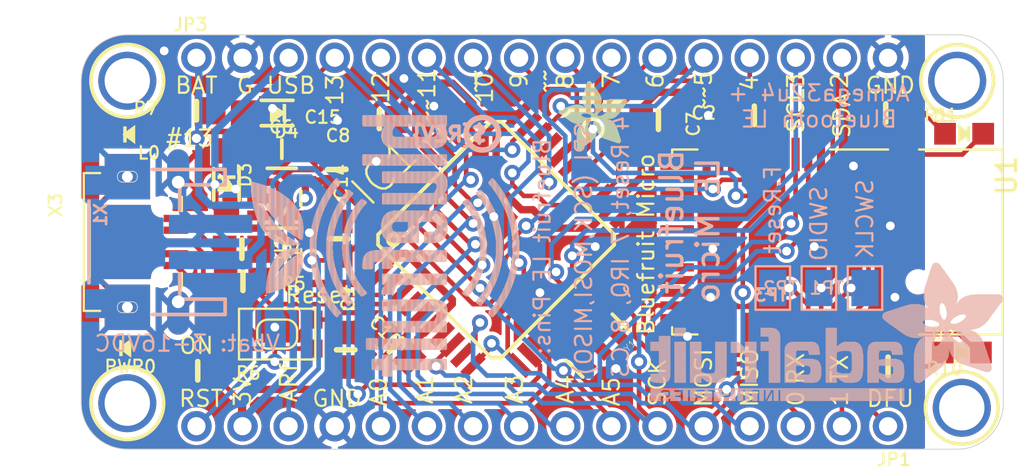
<source format=kicad_pcb>
(kicad_pcb (version 20221018) (generator pcbnew)
  (layers (0 "F.Cu" signal) (31 "B.Cu" signal) (34 "B.Paste" user) (35 "F.Paste" user) (36 "B.SilkS" user "B.Silkscreen") (37 "F.SilkS" user "F.Silkscreen") (38 "B.Mask" user) (39 "F.Mask" user) (44 "Edge.Cuts" user))
  (net 0 "")
  (net 1 "GND")
  (net 2 "N$9")
  (net 3 "N$10")
  (net 4 "MOSI")
  (net 5 "MISO")
  (net 6 "SCK")
  (net 7 "RST")
  (net 8 "N$11")
  (net 9 "N$12")
  (net 10 "N$13")
  (net 11 "A5")
  (net 12 "A4")
  (net 13 "A3")
  (net 14 "A2")
  (net 15 "A1")
  (net 16 "5")
  (net 17 "11")
  (net 18 "10")
  (net 19 "8_BLE_CS")
  (net 20 "6")
  (net 21 "12")
  (net 22 "2")
  (net 23 "7_BLE_IRQ")
  (net 24 "N$15")
  (net 25 "N$16")
  (net 26 "1")
  (net 27 "0")
  (net 28 "+3V3")
  (net 29 "N$17")
  (net 30 "VBUS")
  (net 31 "VBAT")
  (net 32 "DCC")
  (net 33 "DEC2")
  (net 34 "SWCLK")
  (net 35 "4_SWDIO/RST")
  (net 36 "MODE")
  (net 37 "CONNECTED")
  (net 38 "N$5")
  (net 39 "N$6")
  (net 40 "DFU")
  (net 41 "FCTRYRST")
  (net 42 "N$2")
  (net 43 "AREF")
  (net 44 "13")
  (net 45 "A0")
  (net 46 "9")
  (net 47 "3")
  (footprint "working:SOD-123" (layer "F.Cu") (at 131.1021 101.8286 -90)
    (fp_text reference "D3")
    (fp_text value "MBR120")
  )
  (footprint "working:0805-NO" (layer "F.Cu") (at 160.1851 98.0186 180)
    (fp_text reference "C2")
    (fp_text value "1uF")
  )
  (footprint "working:0805-NO" (layer "F.Cu") (at 167.4241 97.8916)
    (fp_text reference "R1")
    (fp_text value "2.2K")
  )
  (footprint "working:0805-NO" (layer "F.Cu") (at 139.5261 98.2456 180)
    (fp_text reference "C15")
    (fp_text value "0.1uF")
  )
  (footprint "working:0805-NO" (layer "F.Cu") (at 132.012887 107.173913)
    (fp_text reference "R5")
    (fp_text value "22")
  )
  (footprint "working:CHIPLED_0805_NOOUTLINE" (layer "F.Cu") (at 125.5281 110.8566 90)
    (fp_text reference "PWR0")
    (fp_text value "GREEN")
  )
  (footprint "working:CHIPLED_0805_NOOUTLINE" (layer "F.Cu") (at 125.7461 99.0746 90)
    (fp_text reference "L0")
    (fp_text value "RED")
  )
  (footprint "working:MOUNTINGHOLE_2.5_PLATED" (layer "F.Cu") (at 125.6411 96.1136 -90)
    (fp_text reference "U$31" hide)
    (fp_text value "MOUNTINGHOLE2.5" hide)
  )
  (footprint "working:CHIPLED_0805_NOOUTLINE" (layer "F.Cu") (at 171.6151 111.0996 -90)
    (fp_text reference "D2")
    (fp_text value "BLUE")
  )
  (footprint "working:MOUNTINGHOLE_2.5_PLATED" (layer "F.Cu") (at 171.6151 114.1476)
    (fp_text reference "U$24" hide)
    (fp_text value "MOUNTINGHOLE2.5" hide)
  )
  (footprint "working:BLE_MODULE_RAYTAC_MDBT40" (layer "F.Cu") (at 164.7571 105.0036 -90)
    (fp_text reference "U1")
    (fp_text value "MBT40")
  )
  (footprint "working:RESONATOR-SMD" (layer "F.Cu") (at 151.5491 110.7186 -135)
    (fp_text reference "Y1")
    (fp_text value "8MHz")
  )
  (footprint "working:KMR2" (layer "F.Cu") (at 133.8961 110.0836 180)
    (fp_text reference "SW1" hide)
    (fp_text value "SPST_TACT-KMR2" hide)
  )
  (footprint "working:FIDUCIAL_1MM" (layer "F.Cu") (at 168.4873 102.4566 -90)
    (fp_text reference "U$35" hide)
    (fp_text value "FIDUCIAL\"\"" hide)
  )
  (footprint "working:CHIPLED_0805_NOOUTLINE" (layer "F.Cu") (at 171.7421 99.0346 -90)
    (fp_text reference "D1")
    (fp_text value "RED")
  )
  (footprint "working:TQFP44" (layer "F.Cu") (at 145.9611 104.8766 45)
    (fp_text reference "IC1")
    (fp_text value "ATMEGA32U4-AU")
  )
  (footprint "working:MOUNTINGHOLE_2.5_PLATED" (layer "F.Cu") (at 171.3611 96.1136)
    (fp_text reference "U$6" hide)
    (fp_text value "MOUNTINGHOLE2.5" hide)
  )
  (footprint "working:1X16_ROUND" (layer "F.Cu") (at 148.5011 94.8436)
    (fp_text reference "JP3")
    (fp_text value "")
  )
  (footprint "working:1X16_ROUND" (layer "F.Cu") (at 148.5011 115.1636 180)
    (fp_text reference "JP1")
    (fp_text value "")
  )
  (footprint "working:0805-NO" (layer "F.Cu") (at 167.5511 111.8616)
    (fp_text reference "R10")
    (fp_text value "2.2K")
  )
  (footprint "working:FIDUCIAL_1MM" (layer "F.Cu") (at 130.3401 108.9406 -90)
    (fp_text reference "U$34" hide)
    (fp_text value "FIDUCIAL\"\"" hide)
  )
  (footprint "working:0805-NO" (layer "F.Cu") (at 137.675693 110.9504 90)
    (fp_text reference "C9")
    (fp_text value "1uF")
  )
  (footprint "working:MOUNTINGHOLE_2.5_PLATED" (layer "F.Cu") (at 125.6411 113.8936 -90)
    (fp_text reference "U$32" hide)
    (fp_text value "MOUNTINGHOLE2.5" hide)
  )
  (footprint "working:0805-NO" (layer "F.Cu") (at 137.1831 101.0066 90)
    (fp_text reference "C8")
    (fp_text value "10µF")
  )
  (footprint "working:ADAFRUIT_3.5MM" (layer "F.Cu") (at 153.2001 99.9236 90)
    (fp_text reference "U$7" hide)
    (fp_text value "" hide)
  )
  (footprint "working:0805-NO" (layer "F.Cu") (at 129.5221 112.1076)
    (fp_text reference "R6")
    (fp_text value "2.2K")
  )
  (footprint "working:0805-NO" (layer "F.Cu") (at 131.9551 105.4036)
    (fp_text reference "R4")
    (fp_text value "22")
  )
  (footprint "working:0805-NO" (layer "F.Cu") (at 154.9021 98.2896)
    (fp_text reference "C7")
    (fp_text value "10µF")
  )
  (footprint "working:0805_10MGAP" (layer "F.Cu") (at 140.432071 110.700941 135)
    (fp_text reference "C10")
    (fp_text value "0.1uF")
  )
  (footprint "working:SOT23-5" (layer "F.Cu") (at 134.1501 102.5906 -90)
    (fp_text reference "U2")
    (fp_text value "MIC5225-3.3")
  )
  (footprint "working:4UCONN_20329" (layer "F.Cu") (at 127.5461 105.0036 -90)
    (fp_text reference "X3")
    (fp_text value "microUSB")
    (fp_line (start -3.9 2.2) (end -3.9 1.6) (stroke (width 0.05)) (layer "Edge.Cuts"))
    (fp_line (start -3.3 1.6) (end -3.3 2.2) (stroke (width 0.05)) (layer "Edge.Cuts"))
    (fp_line (start 3.3 2.2) (end 3.3 1.6) (stroke (width 0.05)) (layer "Edge.Cuts"))
    (fp_line (start 3.9 1.6) (end 3.9 2.2) (stroke (width 0.05)) (layer "Edge.Cuts"))
    (fp_arc (start -3.9 1.6) (mid -3.801777 1.412868) (end -3.6 1.35) (stroke (width 0.05)) (layer "Edge.Cuts"))
    (fp_arc (start -3.6 1.35) (mid -3.398223 1.412868) (end -3.3 1.6) (stroke (width 0.05)) (layer "Edge.Cuts"))
    (fp_arc (start -3.6 2.45) (mid -3.801777 2.387132) (end -3.9 2.2) (stroke (width 0.05)) (layer "Edge.Cuts"))
    (fp_arc (start -3.3 2.2) (mid -3.398223 2.387132) (end -3.6 2.45) (stroke (width 0.05)) (layer "Edge.Cuts"))
    (fp_arc (start 3.3 1.6) (mid 3.398223 1.412868) (end 3.6 1.35) (stroke (width 0.05)) (layer "Edge.Cuts"))
    (fp_arc (start 3.6 1.35) (mid 3.801777 1.412868) (end 3.9 1.6) (stroke (width 0.05)) (layer "Edge.Cuts"))
    (fp_arc (start 3.6 2.45) (mid 3.398223 2.387132) (end 3.3 2.2) (stroke (width 0.05)) (layer "Edge.Cuts"))
    (fp_arc (start 3.9 2.2) (mid 3.801777 2.387132) (end 3.6 2.45) (stroke (width 0.05)) (layer "Edge.Cuts"))
  )
  (footprint "working:0805-NO" (layer "F.Cu") (at 129.4511 97.7646 180)
    (fp_text reference "R7")
    (fp_text value "2.2K")
  )
  (footprint "working:0805-NO" (layer "F.Cu") (at 137.298506 104.8258 90)
    (fp_text reference "C14")
    (fp_text value "0.1uF")
  )
  (footprint "working:_0805MP" (layer "F.Cu") (at 134.1551 99.8836)
    (fp_text reference "C6")
    (fp_text value "10µF")
  )
  (footprint "working:SOD-123" (layer "F.Cu") (at 133.8961 97.8916 180)
    (fp_text reference "D4")
    (fp_text value "MBR120")
  )
  (footprint "working:JSTPH2" (layer "B.Cu") (at 126.5301 105.0036 -90)
    (fp_text reference "X1")
    (fp_text value "JSTPH")
  )
  (footprint "working:BLUEFRUITLOGO_150MM" (layer "B.Cu") (at 147.2311 98.0186 -90)
    (fp_text reference "U$15" hide)
    (fp_text value "" hide)
  )
  (footprint "working:PAD-1.5X2.0" (layer "B.Cu") (at 161.2011 107.5436 180)
    (fp_text reference "TP3")
    (fp_text value "SWDIO")
  )
  (footprint "working:ADAFRUIT_TEXT_20MM" (layer "B.Cu") (at 174.0281 113.7666 180)
    (fp_text reference "U$9" hide)
    (fp_text value "" hide)
  )
  (footprint "working:PCBFEAT-REV-040" (layer "B.Cu") (at 145.1991 99.0346 180)
    (fp_text reference "U$23" hide)
    (fp_text value "" hide)
  )
  (footprint "working:PAD-1.5X2.0" (layer "B.Cu") (at 163.7411 107.5436 180)
    (fp_text reference "TP2")
    (fp_text value "SWDIO")
  )
  (footprint "working:PAD-1.5X2.0" (layer "B.Cu") (at 166.2811 107.5436 180)
    (fp_text reference "TP1")
    (fp_text value "SWCLK")
  )
  (gr_line (start 123.6091 106.9086) (end 123.1011 107.4166) (stroke (width 0.05)) (layer "Edge.Cuts"))
  (gr_line (start 123.1011 96.1136) (end 123.1011 102.5906) (stroke (width 0.05)) (layer "Edge.Cuts"))
  (gr_line (start 123.6091 103.0986) (end 123.6091 106.9086) (stroke (width 0.05)) (layer "Edge.Cuts"))
  (gr_arc (start 171.3611 93.5736) (mid 173.157151 94.317549) (end 173.9011 96.1136) (stroke (width 0.05)) (layer "Edge.Cuts"))
  (gr_arc (start 173.9011 113.8936) (mid 173.157151 115.689651) (end 171.3611 116.4336) (stroke (width 0.05)) (layer "Edge.Cuts"))
  (gr_arc (start 123.1011 96.1136) (mid 123.845049 94.317549) (end 125.6411 93.5736) (stroke (width 0.05)) (layer "Edge.Cuts"))
  (gr_line (start 125.6411 116.4336) (end 171.3611 116.4336) (stroke (width 0.05)) (layer "Edge.Cuts"))
  (gr_line (start 173.9011 113.8936) (end 173.9011 96.1136) (stroke (width 0.05)) (layer "Edge.Cuts"))
  (gr_line (start 123.1011 102.5906) (end 123.6091 103.0986) (stroke (width 0.05)) (layer "Edge.Cuts"))
  (gr_line (start 123.1011 107.4166) (end 123.1011 113.8936) (stroke (width 0.05)) (layer "Edge.Cuts"))
  (gr_arc (start 125.6411 116.4336) (mid 123.845049 115.689651) (end 123.1011 113.8936) (stroke (width 0.05)) (layer "Edge.Cuts"))
  (gr_line (start 171.3611 93.5736) (end 125.6411 93.5736) (stroke (width 0.05)) (layer "Edge.Cuts"))
  (gr_text "Vbat: 3-16VDC" (at 128.9431 110.5916) (layer "B.SilkS") (effects (font (size 0.89408 0.89408) (thickness 0.12192)) (justify mirror)))
  (gr_text "SWCLK" (at 166.2811 103.7336 -270) (layer "B.SilkS") (effects (font (size 0.89408 0.89408) (thickness 0.12192)) (justify mirror)))
  (gr_text "SPI (SCK,MOSI,MISO)" (at 150.7871 105.3846 -270) (layer "B.SilkS") (effects (font (size 0.89408 0.89408) (thickness 0.12192)) (justify mirror)))
  (gr_text "SWDIO" (at 163.7411 103.9876 -270) (layer "B.SilkS") (effects (font (size 0.89408 0.89408) (thickness 0.12192)) (justify mirror)))
  (gr_text "Bluefruit LE Pins:" (at 148.5011 105.2576 -270) (layer "B.SilkS") (effects (font (size 0.89408 0.89408) (thickness 0.12192)) (justify mirror)))
  (gr_text "4 Reset, 7 IRQ, 8 CS" (at 152.8191 105.2576 -270) (layer "B.SilkS") (effects (font (size 0.89408 0.89408) (thickness 0.12192)) (justify mirror)))
  (gr_text "Atmega32u4 +\nBluetooth LE" (at 163.7411 97.5106) (layer "B.SilkS") (effects (font (size 0.89408 0.89408) (thickness 0.12192)) (justify mirror)))
  (gr_text "F.Reset" (at 161.2011 103.2256 -270) (layer "B.SilkS") (effects (font (size 0.89408 0.89408) (thickness 0.12192)) (justify mirror)))
  (gr_text "Bluefruit \nLE Micro" (at 156.6291 104.3686 -270) (layer "B.SilkS") (effects (font (size 1.237488 1.237488) (thickness 0.184912)) (justify mirror)))
  (gr_text "2" (at 164.8841 96.1136 90) (layer "F.SilkS") (effects (font (size 0.89408 0.89408) (thickness 0.12192))))
  (gr_text "A2" (at 144.1831 113.1316 90) (layer "F.SilkS") (effects (font (size 0.89408 0.89408) (thickness 0.12192))))
  (gr_text "3V" (at 131.9911 113.2586 90) (layer "F.SilkS") (effects (font (size 0.89408 0.89408) (thickness 0.12192))))
  (gr_text "A0" (at 139.4841 113.2586 90) (layer "F.SilkS") (effects (font (size 0.89408 0.89408) (thickness 0.12192))))
  (gr_text "ARf" (at 134.5311 112.7506 90) (layer "F.SilkS") (effects (font (size 0.89408 0.89408) (thickness 0.12192))))
  (gr_text "8" (at 149.7711 96.1136 90) (layer "F.SilkS") (effects (font (size 0.89408 0.89408) (thickness 0.12192))))
  (gr_text "SDA" (at 165.0111 98.0186 90) (layer "F.SilkS") (effects (font (size 0.89408 0.89408) (thickness 0.12192))))
  (gr_text "A1" (at 142.0241 113.1316 90) (layer "F.SilkS") (effects (font (size 0.89408 0.89408) (thickness 0.12192))))
  (gr_text "10" (at 145.3261 96.4946 90) (layer "F.SilkS") (effects (font (size 0.89408 0.89408) (thickness 0.12192))))
  (gr_text "1" (at 164.8841 113.6396 90) (layer "F.SilkS") (effects (font (size 0.89408 0.89408) (thickness 0.12192))))
  (gr_text "BAT" (at 129.4511 96.3676) (layer "F.SilkS") (effects (font (size 0.89408 0.89408) (thickness 0.12192))))
  (gr_text "A5" (at 152.3111 113.2586 90) (layer "F.SilkS") (effects (font (size 0.89408 0.89408) (thickness 0.12192))))
  (gr_text "3" (at 162.4711 96.1136 90) (layer "F.SilkS") (effects (font (size 0.89408 0.89408) (thickness 0.12192))))
  (gr_text "7" (at 152.3111 96.1136 90) (layer "F.SilkS") (effects (font (size 0.89408 0.89408) (thickness 0.12192))))
  (gr_text "~~11" (at 142.1511 96.8756 90) (layer "F.SilkS") (effects (font (size 0.89408 0.89408) (thickness 0.12192))))
  (gr_text "Bluefruit Micro" (at 154.2161 105.1306 90) (layer "F.SilkS") (effects (font (size 0.89408 0.89408) (thickness 0.12192))))
  (gr_text "MISO" (at 159.9311 112.4966 90) (layer "F.SilkS") (effects (font (size 0.89408 0.89408) (thickness 0.12192))))
  (gr_text "13" (at 137.0711 96.6216 90) (layer "F.SilkS") (effects (font (size 0.89408 0.89408) (thickness 0.12192))))
  (gr_text "ON" (at 129.4511 110.7186) (layer "F.SilkS") (effects (font (size 0.89408 0.89408) (thickness 0.12192))))
  (gr_text "TX" (at 164.8841 111.9886 90) (layer "F.SilkS") (effects (font (size 0.89408 0.89408) (thickness 0.12192))))
  (gr_text "9" (at 147.2311 96.1136 90) (layer "F.SilkS") (effects (font (size 0.89408 0.89408) (thickness 0.12192))))
  (gr_text "RX" (at 162.4711 111.9886 90) (layer "F.SilkS") (effects (font (size 0.89408 0.89408) (thickness 0.12192))))
  (gr_text "A3" (at 146.9771 113.1316 90) (layer "F.SilkS") (effects (font (size 0.89408 0.89408) (thickness 0.12192))))
  (gr_text "12" (at 139.6111 96.4946 90) (layer "F.SilkS") (effects (font (size 0.89408 0.89408) (thickness 0.12192))))
  (gr_text "~~" (at 144.8181 96.1136 90) (layer "F.SilkS") (effects (font (size 0.89408 0.89408) (thickness 0.12192))))
  (gr_text "GND" (at 167.6781 96.3676) (layer "F.SilkS") (effects (font (size 0.89408 0.89408) (thickness 0.12192))))
  (gr_text "DFU" (at 167.6781 113.6396) (layer "F.SilkS") (effects (font (size 0.89408 0.89408) (thickness 0.12192))))
  (gr_text "4" (at 159.9311 96.2406 90) (layer "F.SilkS") (effects (font (size 0.89408 0.89408) (thickness 0.12192))))
  (gr_text "A4" (at 149.7711 113.1316 90) (layer "F.SilkS") (effects (font (size 0.89408 0.89408) (thickness 0.12192))))
  (gr_text "#13" (at 129.0701 99.2886) (layer "F.SilkS") (effects (font (size 0.89408 0.89408) (thickness 0.12192))))
  (gr_text "USB" (at 134.6581 96.3676) (layer "F.SilkS") (effects (font (size 0.89408 0.89408) (thickness 0.12192))))
  (gr_text "GND" (at 137.1981 113.6396) (layer "F.SilkS") (effects (font (size 0.89408 0.89408) (thickness 0.12192))))
  (gr_text "6" (at 154.7241 96.1136 90) (layer "F.SilkS") (effects (font (size 0.89408 0.89408) (thickness 0.12192))))
  (gr_text "~~" (at 148.6281 96.1136 90) (layer "F.SilkS") (effects (font (size 0.89408 0.89408) (thickness 0.12192))))
  (gr_text "0" (at 162.4711 113.6396 90) (layer "F.SilkS") (effects (font (size 0.89408 0.89408) (thickness 0.12192))))
  (gr_text "SCL" (at 162.4711 97.7646 90) (layer "F.SilkS") (effects (font (size 0.89408 0.89408) (thickness 0.12192))))
  (gr_text "Reset" (at 136.1821 107.9246) (layer "F.SilkS") (effects (font (size 0.89408 0.89408) (thickness 0.12192))))
  (gr_text "SCK" (at 154.8511 112.7506 90) (layer "F.SilkS") (effects (font (size 0.89408 0.89408) (thickness 0.12192))))
  (gr_text "G" (at 132.1181 96.3676) (layer "F.SilkS") (effects (font (size 0.89408 0.89408) (thickness 0.12192))))
  (gr_text "MOSI" (at 157.3911 112.4966 90) (layer "F.SilkS") (effects (font (size 0.89408 0.89408) (thickness 0.12192))))
  (gr_text "~~5" (at 157.3911 96.6216 90) (layer "F.SilkS") (effects (font (size 0.89408 0.89408) (thickness 0.12192))))
  (gr_text "RST" (at 129.7051 113.6396) (layer "F.SilkS") (effects (font (size 0.89408 0.89408) (thickness 0.12192))))
  (segment (start 136.678706 104.4956) (end 137.298506 103.8758) (width 0.254) (layer "F.Cu") (net 1))
  (segment (start 168.7571 100.1786) (end 171.6481 100.1786) (width 0.254) (layer "F.Cu") (net 1))
  (segment (start 172.5041 111.0996) (end 172.6651 111.0996) (width 0.254) (layer "F.Cu") (net 1))
  (segment (start 136.958893 109.2836) (end 137.675693 110.0004) (width 0.254) (layer "F.Cu") (net 1))
  (segment (start 135.8961 109.2836) (end 136.958893 109.2836) (width 0.254) (layer "F.Cu") (net 1))
  (segment (start 168.7571 109.8286) (end 169.0121 110.0836) (width 0.254) (layer "F.Cu") (net 1))
  (segment (start 169.0121 110.0836) (end 171.4881 110.0836) (width 0.254) (layer "F.Cu") (net 1))
  (segment (start 135.6741 104.4956) (end 136.678706 104.4956) (width 0.254) (layer "F.Cu") (net 1))
  (segment (start 171.4881 110.0836) (end 172.5041 111.0996) (width 0.254) (layer "F.Cu") (net 1))
  (segment (start 171.6481 100.1786) (end 172.7921 99.0346) (width 0.254) (layer "F.Cu") (net 1))
  (via (at 140.8811 95.9866) (size 0.889) (drill 0.4826) (layers "F.Cu" "B.Cu") (net 1))
  (via (at 157.7721 108.0516) (size 0.889) (drill 0.4826) (layers "F.Cu" "B.Cu") (net 1))
  (via (at 135.6741 104.4956) (size 0.889) (drill 0.4826) (layers "F.Cu" "B.Cu") (net 1))
  (via (at 137.2235 98.298) (size 0.889) (drill 0.4826) (layers "F.Cu" "B.Cu") (net 1))
  (via (at 142.5321 97.5106) (size 0.889) (drill 0.4826) (layers "F.Cu" "B.Cu") (net 1))
  (via (at 148.3741 107.7976) (size 0.889) (drill 0.4826) (layers "F.Cu" "B.Cu") (net 1))
  (via (at 133.7691 109.7026) (size 0.889) (drill 0.4826) (layers "F.Cu" "B.Cu") (net 1))
  (via (at 163.4871 105.2576) (size 0.889) (drill 0.4826) (layers "F.Cu" "B.Cu") (net 1))
  (via (at 127.6731 94.4626) (size 0.889) (drill 0.4826) (layers "F.Cu" "B.Cu") (net 1))
  (via (at 167.6781 104.1146) (size 0.889) (drill 0.4826) (layers "F.Cu" "B.Cu") (net 1))
  (via (at 152.5651 111.9886) (size 0.889) (drill 0.4826) (layers "F.Cu" "B.Cu") (net 1))
  (via (at 167.9321 108.0516) (size 0.889) (drill 0.4826) (layers "F.Cu" "B.Cu") (net 1))
  (via (at 131.6101 102.0826) (size 0.889) (drill 0.4826) (layers "F.Cu" "B.Cu") (net 1))
  (via (at 156.5021 110.2106) (size 0.889) (drill 0.4826) (layers "F.Cu" "B.Cu") (net 1))
  (via (at 133.6421 97.6376) (size 0.889) (drill 0.4826) (layers "F.Cu" "B.Cu") (net 1))
  (via (at 165.6461 100.8126) (size 0.889) (drill 0.4826) (layers "F.Cu" "B.Cu") (net 1))
  (via (at 145.8341 103.6066) (size 0.889) (drill 0.4826) (layers "F.Cu" "B.Cu") (net 1))
  (via (at 157.6451 98.0186) (size 0.889) (drill 0.4826) (layers "F.Cu" "B.Cu") (net 1))
  (via (at 139.3571 100.5586) (size 0.889) (drill 0.4826) (layers "F.Cu" "B.Cu") (net 1))
  (via (at 157.8991 105.3846) (size 0.889) (drill 0.4826) (layers "F.Cu" "B.Cu") (net 1))
  (via (at 151.4221 105.2576) (size 0.889) (drill 0.4826) (layers "F.Cu" "B.Cu") (net 1))
  (segment (start 130.2301 104.0036) (end 129.3401 104.0036) (width 0.4064) (layer "B.Cu") (net 1))
  (segment (start 128.6891 103.3526) (end 128.6891 101.9466) (width 0.4064) (layer "B.Cu") (net 1))
  (segment (start 129.3401 104.0036) (end 128.6891 103.3526) (width 0.4064) (layer "B.Cu") (net 1))
  (segment (start 128.6891 101.9466) (end 128.4461 101.7036) (width 0.4064) (layer "B.Cu") (net 1))
  (segment (start 134.1501 107.2896) (end 134.7851 107.9246) (width 0.254) (layer "F.Cu") (net 2))
  (segment (start 134.7851 107.9246) (end 139.518987 107.9246) (width 0.254) (layer "F.Cu") (net 2))
  (segment (start 132.9051 105.4036) (end 133.7881 105.4036) (width 0.254) (layer "F.Cu") (net 2))
  (segment (start 139.518987 107.9246) (end 140.162821 107.280766) (width 0.254) (layer "F.Cu") (net 2))
  (segment (start 134.1501 105.7656) (end 134.1501 107.2896) (width 0.254) (layer "F.Cu") (net 2))
  (segment (start 133.7881 105.4036) (end 134.1501 105.7656) (width 0.254) (layer "F.Cu") (net 2))
  (segment (start 132.962887 107.880388) (end 133.5151 108.4326) (width 0.254) (layer "F.Cu") (net 3))
  (segment (start 140.142359 108.4326) (end 140.728509 107.84645) (width 0.254) (layer "F.Cu") (net 3))
  (segment (start 132.962887 107.173913) (end 132.962887 107.880388) (width 0.254) (layer "F.Cu") (net 3))
  (segment (start 133.5151 108.4326) (end 140.142359 108.4326) (width 0.254) (layer "F.Cu") (net 3))
  (segment (start 144.8181 109.7026) (end 145.0721 109.4486) (width 0.254) (layer "F.Cu") (net 4))
  (segment (start 158.6611 113.1316) (end 158.6611 113.8936) (width 0.254) (layer "F.Cu") (net 4))
  (segment (start 144.122621 111.240563) (end 144.8181 110.545085) (width 0.254) (layer "F.Cu") (net 4))
  (segment (start 158.6611 113.8936) (end 157.3911 115.1636) (width 0.254) (layer "F.Cu") (net 4))
  (segment (start 144.8181 110.545085) (end 144.8181 109.7026) (width 0.254) (layer "F.Cu") (net 4))
  (segment (start 161.7571 102.1616) (end 159.5501 104.3686) (width 0.254) (layer "F.Cu") (net 4))
  (segment (start 159.5501 104.3686) (end 159.5501 107.7976) (width 0.254) (layer "F.Cu") (net 4))
  (segment (start 161.7571 100.1786) (end 161.7571 102.1616) (width 0.254) (layer "F.Cu") (net 4))
  (via (at 158.6611 113.1316) (size 0.889) (drill 0.4826) (layers "F.Cu" "B.Cu") (net 4))
  (via (at 159.5501 107.7976) (size 0.889) (drill 0.4826) (layers "F.Cu" "B.Cu") (net 4))
  (via (at 145.0721 109.4486) (size 0.889) (drill 0.4826) (layers "F.Cu" "B.Cu") (net 4))
  (segment (start 145.0721 109.4486) (end 145.0721 109.7026) (width 0.254) (layer "B.Cu") (net 4))
  (segment (start 159.5501 112.2426) (end 158.6611 113.1316) (width 0.254) (layer "B.Cu") (net 4))
  (segment (start 145.4531 112.3696) (end 146.8501 112.3696) (width 0.254) (layer "B.Cu") (net 4))
  (segment (start 153.4541 113.3856) (end 153.9621 113.8936) (width 0.254) (layer "B.Cu") (net 4))
  (segment (start 144.6911 111.6076) (end 145.4531 112.3696) (width 0.254) (layer "B.Cu") (net 4))
  (segment (start 155.3591 113.8936) (end 156.6291 115.1636) (width 0.254) (layer "B.Cu") (net 4))
  (segment (start 146.8501 112.3696) (end 147.3581 112.8776) (width 0.254) (layer "B.Cu") (net 4))
  (segment (start 159.5501 107.7976) (end 159.5501 112.2426) (width 0.254) (layer "B.Cu") (net 4))
  (segment (start 156.6291 115.1636) (end 157.3911 115.1636) (width 0.254) (layer "B.Cu") (net 4))
  (segment (start 148.2471 112.8776) (end 148.7551 113.3856) (width 0.254) (layer "B.Cu") (net 4))
  (segment (start 153.9621 113.8936) (end 155.3591 113.8936) (width 0.254) (layer "B.Cu") (net 4))
  (segment (start 145.0721 109.7026) (end 144.6911 110.0836) (width 0.254) (layer "B.Cu") (net 4))
  (segment (start 148.7551 113.3856) (end 153.4541 113.3856) (width 0.254) (layer "B.Cu") (net 4))
  (segment (start 144.6911 110.0836) (end 144.6911 111.6076) (width 0.254) (layer "B.Cu") (net 4))
  (segment (start 147.3581 112.8776) (end 148.2471 112.8776) (width 0.254) (layer "B.Cu") (net 4))
  (segment (start 162.4571 103.7476) (end 162.2171 103.9876) (width 0.254) (layer "F.Cu") (net 5))
  (segment (start 145.7071 110.787454) (end 145.7071 110.5916) (width 0.254) (layer "F.Cu") (net 5))
  (segment (start 144.688306 111.806247) (end 145.7071 110.787454) (width 0.254) (layer "F.Cu") (net 5))
  (segment (start 162.4571 100.1786) (end 162.4571 103.7476) (width 0.254) (layer "F.Cu") (net 5))
  (via (at 145.7071 110.5916) (size 0.889) (drill 0.4826) (layers "F.Cu" "B.Cu") (net 5))
  (via (at 162.2171 103.9876) (size 0.889) (drill 0.4826) (layers "F.Cu" "B.Cu") (net 5))
  (segment (start 153.7081 112.8776) (end 154.2161 113.3856) (width 0.254) (layer "B.Cu") (net 5))
  (segment (start 149.0091 112.8776) (end 151.5491 112.8776) (width 0.254) (layer "B.Cu") (net 5))
  (segment (start 158.0261 113.8936) (end 159.2961 115.1636) (width 0.254) (layer "B.Cu") (net 5))
  (segment (start 160.0581 105.0036) (end 158.6611 106.4006) (width 0.254) (layer "B.Cu") (net 5))
  (segment (start 151.6761 112.7506) (end 151.5491 112.8776) (width 0.254) (layer "B.Cu") (net 5))
  (segment (start 155.7401 113.3856) (end 156.2481 113.8936) (width 0.254) (layer "B.Cu") (net 5))
  (segment (start 154.2161 113.3856) (end 155.7401 113.3856) (width 0.254) (layer "B.Cu") (net 5))
  (segment (start 147.4851 112.2426) (end 145.8341 110.5916) (width 0.254) (layer "B.Cu") (net 5))
  (segment (start 156.2481 113.8936) (end 158.0261 113.8936) (width 0.254) (layer "B.Cu") (net 5))
  (segment (start 151.6761 111.2266) (end 151.6761 112.7506) (width 0.254) (layer "B.Cu") (net 5))
  (segment (start 148.3741 112.2426) (end 149.0091 112.8776) (width 0.254) (layer "B.Cu") (net 5))
  (segment (start 158.6611 106.4006) (end 156.5021 106.4006) (width 0.254) (layer "B.Cu") (net 5))
  (segment (start 147.4851 112.2426) (end 148.3741 112.2426) (width 0.254) (layer "B.Cu") (net 5))
  (segment (start 151.5491 112.8776) (end 153.7081 112.8776) (width 0.254) (layer "B.Cu") (net 5))
  (segment (start 156.5021 106.4006) (end 151.6761 111.2266) (width 0.254) (layer "B.Cu") (net 5))
  (segment (start 159.2961 115.1636) (end 159.9311 115.1636) (width 0.254) (layer "B.Cu") (net 5))
  (segment (start 145.8341 110.5916) (end 145.7071 110.5916) (width 0.254) (layer "B.Cu") (net 5))
  (segment (start 161.2011 105.0036) (end 160.0581 105.0036) (width 0.254) (layer "B.Cu") (net 5))
  (segment (start 162.2171 103.9876) (end 161.2011 105.0036) (width 0.254) (layer "B.Cu") (net 5))
  (segment (start 163.1571 100.1786) (end 163.1571 104.3176) (width 0.254) (layer "F.Cu") (net 6))
  (segment (start 143.556934 110.674879) (end 142.6591 111.572713) (width 0.254) (layer "F.Cu") (net 6))
  (segment (start 163.1571 104.3176) (end 161.9631 105.5116) (width 0.254) (layer "F.Cu") (net 6))
  (segment (start 153.8351 114.1476) (end 154.8511 115.1636) (width 0.254) (layer "F.Cu") (net 6))
  (segment (start 142.6591 111.572713) (end 142.6591 111.8616) (width 0.254) (layer "F.Cu") (net 6))
  (segment (start 153.8351 111.6076) (end 153.8351 114.1476) (width 0.254) (layer "F.Cu") (net 6))
  (via (at 153.8351 111.6076) (size 0.889) (drill 0.4826) (layers "F.Cu" "B.Cu") (net 6))
  (via (at 161.9631 105.5116) (size 0.889) (drill 0.4826) (layers "F.Cu" "B.Cu") (net 6))
  (via (at 142.6591 111.8616) (size 0.889) (drill 0.4826) (layers "F.Cu" "B.Cu") (net 6))
  (segment (start 147.1041 113.3856) (end 147.9931 113.3856) (width 0.254) (layer "B.Cu") (net 6))
  (segment (start 144.3101 112.3696) (end 144.8181 112.8776) (width 0.254) (layer "B.Cu") (net 6))
  (segment (start 147.9931 113.3856) (end 148.5011 113.8936) (width 0.254) (layer "B.Cu") (net 6))
  (segment (start 157.0101 106.9086) (end 158.9151 106.9086) (width 0.254) (layer "B.Cu") (net 6))
  (segment (start 153.2001 113.8936) (end 154.4701 115.1636) (width 0.254) (layer "B.Cu") (net 6))
  (segment (start 153.8351 111.6076) (end 153.8351 110.0836) (width 0.254) (layer "B.Cu") (net 6))
  (segment (start 158.9151 106.9086) (end 160.3121 105.5116) (width 0.254) (layer "B.Cu") (net 6))
  (segment (start 143.1671 112.3696) (end 144.3101 112.3696) (width 0.254) (layer "B.Cu") (net 6))
  (segment (start 144.8181 112.8776) (end 146.5961 112.8776) (width 0.254) (layer "B.Cu") (net 6))
  (segment (start 154.4701 115.1636) (end 154.8511 115.1636) (width 0.254) (layer "B.Cu") (net 6))
  (segment (start 160.3121 105.5116) (end 161.9631 105.5116) (width 0.254) (layer "B.Cu") (net 6))
  (segment (start 153.8351 110.0836) (end 157.0101 106.9086) (width 0.254) (layer "B.Cu") (net 6))
  (segment (start 146.5961 112.8776) (end 147.1041 113.3856) (width 0.254) (layer "B.Cu") (net 6))
  (segment (start 143.1671 112.3696) (end 142.6591 111.8616) (width 0.254) (layer "B.Cu") (net 6))
  (segment (start 148.5011 113.8936) (end 153.2001 113.8936) (width 0.254) (layer "B.Cu") (net 6))
  (segment (start 147.799575 111.240563) (end 148.3741 111.815088) (width 0.254) (layer "F.Cu") (net 7))
  (segment (start 131.8961 110.8836) (end 133.7691 110.8836) (width 0.254) (layer "F.Cu") (net 7))
  (segment (start 133.7691 111.6076) (end 133.7691 110.8836) (width 0.254) (layer "F.Cu") (net 7))
  (segment (start 147.8661 112.8776) (end 138.8491 112.8776) (width 0.254) (layer "F.Cu") (net 7))
  (segment (start 148.3741 112.3696) (end 147.8661 112.8776) (width 0.254) (layer "F.Cu") (net 7))
  (segment (start 138.8491 112.8776) (end 138.3411 113.3856) (width 0.254) (layer "F.Cu") (net 7))
  (segment (start 133.7691 110.8836) (end 135.8961 110.8836) (width 0.254) (layer "F.Cu") (net 7))
  (segment (start 148.3741 111.815088) (end 148.3741 112.3696) (width 0.254) (layer "F.Cu") (net 7))
  (via (at 133.7691 111.6076) (size 0.889) (drill 0.4826) (layers "F.Cu" "B.Cu") (net 7))
  (via (at 138.3411 113.3856) (size 0.889) (drill 0.4826) (layers "F.Cu" "B.Cu") (net 7))
  (segment (start 133.0071 111.6076) (end 133.7691 111.6076) (width 0.254) (layer "B.Cu") (net 7))
  (segment (start 134.4041 100.9396) (end 133.6421 101.7016) (width 0.254) (layer "B.Cu") (net 7))
  (segment (start 132.8801 111.7346) (end 133.0071 111.6076) (width 0.254) (layer "B.Cu") (net 7))
  (segment (start 133.6421 101.7016) (end 133.6421 107.7976) (width 0.254) (layer "B.Cu") (net 7))
  (segment (start 137.8331 102.8446) (end 135.9281 100.9396) (width 0.254) (layer "B.Cu") (net 7))
  (segment (start 132.8801 108.5596) (end 132.8801 111.7346) (width 0.254) (layer "B.Cu") (net 7))
  (segment (start 133.6421 107.7976) (end 132.8801 108.5596) (width 0.254) (layer "B.Cu") (net 7))
  (segment (start 129.4511 115.1636) (end 132.8801 111.7346) (width 0.254) (layer "B.Cu") (net 7))
  (segment (start 137.8331 112.8776) (end 137.8331 102.8446) (width 0.254) (layer "B.Cu") (net 7))
  (segment (start 135.9281 100.9396) (end 134.4041 100.9396) (width 0.254) (layer "B.Cu") (net 7))
  (segment (start 138.3411 113.3856) (end 137.8331 112.8776) (width 0.254) (layer "B.Cu") (net 7))
  (segment (start 149.496631 109.543507) (end 150.0251 110.071975) (width 0.254) (layer "F.Cu") (net 8))
  (segment (start 150.0251 110.071975) (end 150.0251 110.9726) (width 0.254) (layer "F.Cu") (net 8))
  (segment (start 150.319568 111.267069) (end 150.400506 111.267069) (width 0.254) (layer "F.Cu") (net 8))
  (segment (start 150.0251 110.9726) (end 150.319568 111.267069) (width 0.254) (layer "F.Cu") (net 8))
  (segment (start 150.400506 111.267069) (end 150.700568 111.567132) (width 0.254) (layer "F.Cu") (net 8))
  (segment (start 150.533096 109.4486) (end 151.9301 109.4486) (width 0.254) (layer "F.Cu") (net 9))
  (segment (start 152.097571 109.616072) (end 152.143628 109.616072) (width 0.254) (layer "F.Cu") (net 9))
  (segment (start 152.143628 109.616072) (end 152.397628 109.870072) (width 0.254) (layer "F.Cu") (net 9))
  (segment (start 151.9301 109.4486) (end 152.097571 109.616072) (width 0.254) (layer "F.Cu") (net 9))
  (segment (start 150.062318 108.977822) (end 150.533096 109.4486) (width 0.254) (layer "F.Cu") (net 9))
  (segment (start 126.5781 110.8566) (end 127.3211 110.8566) (width 0.254) (layer "F.Cu") (net 10))
  (segment (start 127.3211 110.8566) (end 128.5721 112.1076) (width 0.254) (layer "F.Cu") (net 10))
  (segment (start 140.728509 101.906754) (end 141.5161 102.694344) (width 0.254) (layer "F.Cu") (net 11))
  (segment (start 141.5161 102.694344) (end 141.5161 103.9876) (width 0.254) (layer "F.Cu") (net 11))
  (segment (start 152.3111 114.7318) (end 149.6695 112.0902) (width 0.254) (layer "F.Cu") (net 11))
  (segment (start 141.5161 103.9876) (end 145.0721 107.5436) (width 0.254) (layer "F.Cu") (net 11))
  (segment (start 152.3111 114.7318) (end 152.3111 115.1636) (width 0.254) (layer "F.Cu") (net 11))
  (via (at 145.0721 107.5436) (size 0.889) (drill 0.4826) (layers "F.Cu" "B.Cu") (net 11))
  (via (at 149.6695 112.0902) (size 0.889) (drill 0.4826) (layers "F.Cu" "B.Cu") (net 11))
  (segment (start 149.1361 111.9886) (end 149.5679 111.9886) (width 0.254) (layer "B.Cu") (net 11))
  (segment (start 145.0721 107.9246) (end 149.1361 111.9886) (width 0.254) (layer "B.Cu") (net 11))
  (segment (start 149.5679 111.9886) (end 149.6695 112.0902) (width 0.254) (layer "B.Cu") (net 11))
  (segment (start 145.0721 107.9246) (end 145.0721 107.5436) (width 0.254) (layer "B.Cu") (net 11))
  (segment (start 142.1511 102.197975) (end 142.1511 103.6066) (width 0.254) (layer "F.Cu") (net 12))
  (segment (start 141.294193 101.341069) (end 142.1511 102.197975) (width 0.254) (layer "F.Cu") (net 12))
  (segment (start 142.1511 103.6066) (end 144.8181 106.2736) (width 0.254) (layer "F.Cu") (net 12))
  (segment (start 144.8181 106.2736) (end 145.1991 106.2736) (width 0.254) (layer "F.Cu") (net 12))
  (via (at 145.1991 106.2736) (size 0.889) (drill 0.4826) (layers "F.Cu" "B.Cu") (net 12))
  (segment (start 144.0561 112.8776) (end 144.5641 113.3856) (width 0.254) (layer "B.Cu") (net 12))
  (segment (start 145.1991 106.2736) (end 144.9451 106.2736) (width 0.254) (layer "B.Cu") (net 12))
  (segment (start 142.1511 112.8776) (end 144.0561 112.8776) (width 0.254) (layer "B.Cu") (net 12))
  (segment (start 144.9451 106.2736) (end 141.6431 109.5756) (width 0.254) (layer "B.Cu") (net 12))
  (segment (start 141.6431 109.5756) (end 141.6431 112.3696) (width 0.254) (layer "B.Cu") (net 12))
  (segment (start 141.6431 112.3696) (end 142.1511 112.8776) (width 0.254) (layer "B.Cu") (net 12))
  (segment (start 144.5641 113.3856) (end 146.3421 113.3856) (width 0.254) (layer "B.Cu") (net 12))
  (segment (start 146.8501 113.8936) (end 147.7391 113.8936) (width 0.254) (layer "B.Cu") (net 12))
  (segment (start 147.7391 113.8936) (end 149.0091 115.1636) (width 0.254) (layer "B.Cu") (net 12))
  (segment (start 149.0091 115.1636) (end 149.7711 115.1636) (width 0.254) (layer "B.Cu") (net 12))
  (segment (start 146.3421 113.3856) (end 146.8501 113.8936) (width 0.254) (layer "B.Cu") (net 12))
  (segment (start 144.6911 105.2576) (end 144.8181 105.1306) (width 0.254) (layer "F.Cu") (net 13))
  (segment (start 142.6591 103.2256) (end 144.6911 105.2576) (width 0.254) (layer "F.Cu") (net 13))
  (segment (start 141.859878 100.775382) (end 142.6591 101.574604) (width 0.254) (layer "F.Cu") (net 13))
  (segment (start 142.6591 101.574604) (end 142.6591 103.2256) (width 0.254) (layer "F.Cu") (net 13))
  (via (at 144.8181 105.1306) (size 0.889) (drill 0.4826) (layers "F.Cu" "B.Cu") (net 13))
  (segment (start 141.1351 108.8136) (end 141.1351 112.6236) (width 0.254) (layer "B.Cu") (net 13))
  (segment (start 141.8971 113.3856) (end 143.8021 113.3856) (width 0.254) (layer "B.Cu") (net 13))
  (segment (start 141.1351 112.6236) (end 141.8971 113.3856) (width 0.254) (layer "B.Cu") (net 13))
  (segment (start 144.3101 113.8936) (end 146.0881 113.8936) (width 0.254) (layer "B.Cu") (net 13))
  (segment (start 144.8181 105.1306) (end 141.1351 108.8136) (width 0.254) (layer "B.Cu") (net 13))
  (segment (start 146.0881 113.8936) (end 147.2311 115.0366) (width 0.254) (layer "B.Cu") (net 13))
  (segment (start 147.2311 115.0366) (end 147.2311 115.1636) (width 0.254) (layer "B.Cu") (net 13))
  (segment (start 143.8021 113.3856) (end 144.3101 113.8936) (width 0.254) (layer "B.Cu") (net 13))
  (segment (start 143.1671 102.4636) (end 144.6911 103.9876) (width 0.254) (layer "F.Cu") (net 14))
  (segment (start 143.1671 100.951232) (end 143.1671 102.4636) (width 0.254) (layer "F.Cu") (net 14))
  (segment (start 142.425565 100.209697) (end 143.1671 100.951232) (width 0.254) (layer "F.Cu") (net 14))
  (via (at 144.6911 103.9876) (size 0.889) (drill 0.4826) (layers "F.Cu" "B.Cu") (net 14))
  (segment (start 141.6431 113.8936) (end 143.4211 113.8936) (width 0.254) (layer "B.Cu") (net 14))
  (segment (start 140.6271 112.8776) (end 141.6431 113.8936) (width 0.254) (layer "B.Cu") (net 14))
  (segment (start 144.3101 103.9876) (end 140.6271 107.6706) (width 0.254) (layer "B.Cu") (net 14))
  (segment (start 143.4211 113.8936) (end 144.6911 115.1636) (width 0.254) (layer "B.Cu") (net 14))
  (segment (start 144.3101 103.9876) (end 144.6911 103.9876) (width 0.254) (layer "B.Cu") (net 14))
  (segment (start 140.6271 107.6706) (end 140.6271 112.8776) (width 0.254) (layer "B.Cu") (net 14))
  (segment (start 143.6751 101.8286) (end 144.6911 102.8446) (width 0.254) (layer "F.Cu") (net 15))
  (segment (start 144.6911 102.8446) (end 144.9451 102.8446) (width 0.254) (layer "F.Cu") (net 15))
  (segment (start 143.6751 100.327863) (end 143.6751 101.8286) (width 0.254) (layer "F.Cu") (net 15))
  (segment (start 142.99125 99.644013) (end 143.6751 100.327863) (width 0.254) (layer "F.Cu") (net 15))
  (via (at 144.9451 102.8446) (size 0.889) (drill 0.4826) (layers "F.Cu" "B.Cu") (net 15))
  (segment (start 140.1191 107.0356) (end 140.1191 113.1316) (width 0.254) (layer "B.Cu") (net 15))
  (segment (start 144.9451 102.8446) (end 144.4371 102.8446) (width 0.254) (layer "B.Cu") (net 15))
  (segment (start 144.3101 102.8446) (end 144.9451 102.8446) (width 0.254) (layer "B.Cu") (net 15))
  (segment (start 140.1191 113.1316) (end 142.1511 115.1636) (width 0.254) (layer "B.Cu") (net 15))
  (segment (start 140.1191 107.0356) (end 144.3101 102.8446) (width 0.254) (layer "B.Cu") (net 15))
  (segment (start 148.365262 99.078325) (end 149.5171 97.926488) (width 0.254) (layer "F.Cu") (net 16))
  (segment (start 149.5171 97.926488) (end 149.5171 97.5106) (width 0.254) (layer "F.Cu") (net 16))
  (via (at 149.5171 97.5106) (size 0.889) (drill 0.4826) (layers "F.Cu" "B.Cu") (net 16))
  (segment (start 149.5171 97.5106) (end 154.7241 97.5106) (width 0.254) (layer "B.Cu") (net 16))
  (segment (start 154.7241 97.5106) (end 157.3911 94.8436) (width 0.254) (layer "B.Cu") (net 16))
  (segment (start 146.5961 111.168457) (end 146.5961 109.1946) (width 0.254) (layer "F.Cu") (net 17))
  (segment (start 147.4851 108.3056) (end 147.4851 106.4006) (width 0.254) (layer "F.Cu") (net 17))
  (segment (start 147.4851 106.4006) (end 147.2311 106.1466) (width 0.254) (layer "F.Cu") (net 17))
  (segment (start 146.5961 111.168457) (end 147.23389 111.806247) (width 0.254) (layer "F.Cu") (net 17))
  (segment (start 146.5961 109.1946) (end 147.4851 108.3056) (width 0.254) (layer "F.Cu") (net 17))
  (via (at 147.2311 106.1466) (size 0.889) (drill 0.4826) (layers "F.Cu" "B.Cu") (net 17))
  (segment (start 146.7231 105.6386) (end 147.2311 106.1466) (width 0.254) (layer "B.Cu") (net 17))
  (segment (start 145.4531 98.1456) (end 146.9771 98.1456) (width 0.254) (layer "B.Cu") (net 17))
  (segment (start 146.9771 98.1456) (end 148.2471 99.4156) (width 0.254) (layer "B.Cu") (net 17))
  (segment (start 146.7231 102.5906) (end 148.2471 101.0666) (width 0.254) (layer "B.Cu") (net 17))
  (segment (start 148.2471 99.4156) (end 148.2471 101.0666) (width 0.254) (layer "B.Cu") (net 17))
  (segment (start 142.1511 94.8436) (end 145.4531 98.1456) (width 0.254) (layer "B.Cu") (net 17))
  (segment (start 146.7231 102.5906) (end 146.7231 105.6386) (width 0.254) (layer "B.Cu") (net 17))
  (segment (start 148.270359 100.3046) (end 148.930946 99.644013) (width 0.254) (layer "F.Cu") (net 18))
  (segment (start 148.8821 101.7016) (end 148.270359 101.08986) (width 0.254) (layer "F.Cu") (net 18))
  (segment (start 148.270359 101.08986) (end 148.270359 100.3046) (width 0.254) (layer "F.Cu") (net 18))
  (via (at 148.8821 101.7016) (size 0.889) (drill 0.4826) (layers "F.Cu" "B.Cu") (net 18))
  (segment (start 144.6911 94.9706) (end 144.6911 94.8436) (width 0.254) (layer "B.Cu") (net 18))
  (segment (start 148.8821 99.1616) (end 148.8821 101.7016) (width 0.254) (layer "B.Cu") (net 18))
  (segment (start 148.8821 99.1616) (end 144.6911 94.9706) (width 0.254) (layer "B.Cu") (net 18))
  (segment (start 151.0411 99.7966) (end 151.0411 98.7806) (width 0.254) (layer "F.Cu") (net 19))
  (segment (start 159.8041 102.4636) (end 161.0571 101.2106) (width 0.254) (layer "F.Cu") (net 19))
  (segment (start 161.0571 101.2106) (end 161.0571 100.1786) (width 0.254) (layer "F.Cu") (net 19))
  (segment (start 159.1691 102.4636) (end 159.8041 102.4636) (width 0.254) (layer "F.Cu") (net 19))
  (segment (start 149.7711 94.9706) (end 149.7711 94.8436) (width 0.254) (layer "F.Cu") (net 19))
  (segment (start 150.062318 100.775382) (end 151.0411 99.7966) (width 0.254) (layer "F.Cu") (net 19))
  (segment (start 151.0411 98.7806) (end 151.0411 96.2406) (width 0.254) (layer "F.Cu") (net 19))
  (segment (start 151.0411 96.2406) (end 149.7711 94.9706) (width 0.254) (layer "F.Cu") (net 19))
  (segment (start 151.0411 98.7806) (end 151.2951 98.7806) (width 0.254) (layer "F.Cu") (net 19))
  (via (at 159.1691 102.4636) (size 0.889) (drill 0.4826) (layers "F.Cu" "B.Cu") (net 19))
  (via (at 151.2951 98.7806) (size 0.889) (drill 0.4826) (layers "F.Cu" "B.Cu") (net 19))
  (segment (start 158.7881 101.1936) (end 159.1691 101.5746) (width 0.254) (layer "B.Cu") (net 19))
  (segment (start 151.2951 100.0506) (end 152.4381 101.1936) (width 0.254) (layer "B.Cu") (net 19))
  (segment (start 151.2951 98.7806) (end 151.2951 100.0506) (width 0.254) (layer "B.Cu") (net 19))
  (segment (start 152.4381 101.1936) (end 158.7881 101.1936) (width 0.254) (layer "B.Cu") (net 19))
  (segment (start 159.1691 101.5746) (end 159.1691 102.4636) (width 0.254) (layer "B.Cu") (net 19))
  (segment (start 150.628003 101.341069) (end 152.1841 99.784972) (width 0.254) (layer "F.Cu") (net 20))
  (segment (start 152.1841 97.2566) (end 154.5971 94.8436) (width 0.254) (layer "F.Cu") (net 20))
  (segment (start 152.1841 99.784972) (end 152.1841 97.2566) (width 0.254) (layer "F.Cu") (net 20))
  (segment (start 154.5971 94.8436) (end 154.8511 94.8436) (width 0.254) (layer "F.Cu") (net 20))
  (segment (start 147.4851 102.4636) (end 146.8501 101.8286) (width 0.254) (layer "F.Cu") (net 21))
  (segment (start 146.8501 101.8286) (end 146.8501 101.1936) (width 0.254) (layer "F.Cu") (net 21))
  (segment (start 150.12884 102.9716) (end 148.7551 102.9716) (width 0.254) (layer "F.Cu") (net 21))
  (segment (start 150.12884 102.9716) (end 151.193687 101.906754) (width 0.254) (layer "F.Cu") (net 21))
  (segment (start 148.2471 102.4636) (end 147.4851 102.4636) (width 0.254) (layer "F.Cu") (net 21))
  (segment (start 148.7551 102.9716) (end 148.2471 102.4636) (width 0.254) (layer "F.Cu") (net 21))
  (via (at 146.8501 101.1936) (size 0.889) (drill 0.4826) (layers "F.Cu" "B.Cu") (net 21))
  (segment (start 139.4841 94.9706) (end 139.6111 94.8436) (width 0.254) (layer "B.Cu") (net 21))
  (segment (start 143.6751 99.9236) (end 139.4841 95.7326) (width 0.254) (layer "B.Cu") (net 21))
  (segment (start 147.1041 101.1936) (end 146.8501 101.1936) (width 0.254) (layer "B.Cu") (net 21))
  (segment (start 144.5641 99.0346) (end 147.1041 99.0346) (width 0.254) (layer "B.Cu") (net 21))
  (segment (start 139.4841 95.7326) (end 139.4841 94.9706) (width 0.254) (layer "B.Cu") (net 21))
  (segment (start 147.1041 99.0346) (end 147.7391 99.6696) (width 0.254) (layer "B.Cu") (net 21))
  (segment (start 143.6751 99.9236) (end 144.5641 99.0346) (width 0.254) (layer "B.Cu") (net 21))
  (segment (start 147.7391 99.6696) (end 147.7391 100.5586) (width 0.254) (layer "B.Cu") (net 21))
  (segment (start 147.7391 100.5586) (end 147.1041 101.1936) (width 0.254) (layer "B.Cu") (net 21))
  (segment (start 151.193687 107.84645) (end 150.1521 106.804863) (width 0.254) (layer "F.Cu") (net 22))
  (segment (start 150.1521 105.7656) (end 150.1521 106.804863) (width 0.254) (layer "F.Cu") (net 22))
  (via (at 150.1521 105.7656) (size 0.889) (drill 0.4826) (layers "F.Cu" "B.Cu") (net 22))
  (segment (start 150.9141 104.3686) (end 159.9311 104.3686) (width 0.254) (layer "B.Cu") (net 22))
  (segment (start 150.1521 105.1306) (end 150.9141 104.3686) (width 0.254) (layer "B.Cu") (net 22))
  (segment (start 165.0111 99.2886) (end 165.0111 94.8436) (width 0.254) (layer "B.Cu") (net 22))
  (segment (start 159.9311 104.3686) (end 165.0111 99.2886) (width 0.254) (layer "B.Cu") (net 22))
  (segment (start 150.1521 105.1306) (end 150.1521 105.7656) (width 0.254) (layer "B.Cu") (net 22))
  (segment (start 140.304246 104.8766) (end 141.1351 104.8766) (width 0.254) (layer "F.Cu") (net 23))
  (segment (start 141.1351 104.8766) (end 144.6911 108.4326) (width 0.254) (layer "F.Cu") (net 23))
  (segment (start 160.3121 101.1936) (end 160.3121 100.2236) (width 0.254) (layer "F.Cu") (net 23))
  (segment (start 158.4071 101.5746) (end 159.9311 101.5746) (width 0.254) (layer "F.Cu") (net 23))
  (segment (start 160.3121 100.2236) (end 160.3571 100.1786) (width 0.254) (layer "F.Cu") (net 23))
  (segment (start 145.5801 108.4326) (end 146.0881 107.9246) (width 0.254) (layer "F.Cu") (net 23))
  (segment (start 144.6911 108.4326) (end 145.5801 108.4326) (width 0.254) (layer "F.Cu") (net 23))
  (segment (start 157.8991 102.0826) (end 158.4071 101.5746) (width 0.254) (layer "F.Cu") (net 23))
  (segment (start 146.0881 105.6386) (end 147.6121 104.1146) (width 0.254) (layer "F.Cu") (net 23))
  (segment (start 140.304246 104.8766) (end 139.031453 106.149394) (width 0.254) (layer "F.Cu") (net 23))
  (segment (start 146.0881 107.9246) (end 146.0881 105.6386) (width 0.254) (layer "F.Cu") (net 23))
  (segment (start 159.9311 101.5746) (end 160.3121 101.1936) (width 0.254) (layer "F.Cu") (net 23))
  (via (at 147.6121 104.1146) (size 0.889) (drill 0.4826) (layers "F.Cu" "B.Cu") (net 23))
  (via (at 157.8991 102.0826) (size 0.889) (drill 0.4826) (layers "F.Cu" "B.Cu") (net 23))
  (segment (start 148.6281 97.0026) (end 148.6281 98.0186) (width 0.254) (layer "B.Cu") (net 23))
  (segment (start 147.7391 104.1146) (end 147.6121 104.1146) (width 0.254) (layer "B.Cu") (net 23))
  (segment (start 149.7711 102.0826) (end 157.8991 102.0826) (width 0.254) (layer "B.Cu") (net 23))
  (segment (start 148.6281 98.0186) (end 149.7711 99.1616) (width 0.254) (layer "B.Cu") (net 23))
  (segment (start 149.7711 99.1616) (end 149.7711 102.0826) (width 0.254) (layer "B.Cu") (net 23))
  (segment (start 149.0091 96.6216) (end 148.6281 97.0026) (width 0.254) (layer "B.Cu") (net 23))
  (segment (start 152.3111 94.8436) (end 152.3111 95.7326) (width 0.254) (layer "B.Cu") (net 23))
  (segment (start 152.3111 95.7326) (end 151.4221 96.6216) (width 0.254) (layer "B.Cu") (net 23))
  (segment (start 151.4221 96.6216) (end 149.0091 96.6216) (width 0.254) (layer "B.Cu") (net 23))
  (segment (start 149.7711 102.0826) (end 147.7391 104.1146) (width 0.254) (layer "B.Cu") (net 23))
  (segment (start 131.051575 107.1626) (end 131.062887 107.173913) (width 0.254) (layer "F.Cu") (net 24))
  (segment (start 129.1971 105.0036) (end 129.8321 105.6386) (width 0.254) (layer "F.Cu") (net 24))
  (segment (start 130.2131 107.1626) (end 131.051575 107.1626) (width 0.254) (layer "F.Cu") (net 24))
  (segment (start 128.3211 105.0036) (end 129.1971 105.0036) (width 0.254) (layer "F.Cu") (net 24))
  (segment (start 129.8321 105.6386) (end 129.8321 106.7816) (width 0.254) (layer "F.Cu") (net 24))
  (segment (start 129.8321 106.7816) (end 130.2131 107.1626) (width 0.254) (layer "F.Cu") (net 24))
  (segment (start 130.4861 105.4036) (end 131.0051 105.4036) (width 0.254) (layer "F.Cu") (net 25))
  (segment (start 128.3211 104.3536) (end 129.4361 104.3536) (width 0.254) (layer "F.Cu") (net 25))
  (segment (start 129.4361 104.3536) (end 130.4861 105.4036) (width 0.254) (layer "F.Cu") (net 25))
  (segment (start 155.8671 111.7346) (end 162.9791 111.7346) (width 0.254) (layer "F.Cu") (net 26))
  (segment (start 162.9791 111.7346) (end 165.0111 113.7666) (width 0.254) (layer "F.Cu") (net 26))
  (segment (start 154.0891 108.479119) (end 154.0891 109.9566) (width 0.254) (layer "F.Cu") (net 26))
  (segment (start 165.0111 113.7666) (end 165.0111 115.1636) (width 0.254) (layer "F.Cu") (net 26))
  (segment (start 152.325059 106.715079) (end 154.0891 108.479119) (width 0.254) (layer "F.Cu") (net 26))
  (segment (start 154.0891 109.9566) (end 155.8671 111.7346) (width 0.254) (layer "F.Cu") (net 26))
  (segment (start 160.3121 112.2426) (end 162.4711 114.4016) (width 0.254) (layer "F.Cu") (net 27))
  (segment (start 162.4711 114.4016) (end 162.4711 115.1636) (width 0.254) (layer "F.Cu") (net 27))
  (segment (start 153.5811 109.102491) (end 153.5811 110.2106) (width 0.254) (layer "F.Cu") (net 27))
  (segment (start 155.6131 112.2426) (end 160.3121 112.2426) (width 0.254) (layer "F.Cu") (net 27))
  (segment (start 151.759375 107.280766) (end 153.5811 109.102491) (width 0.254) (layer "F.Cu") (net 27))
  (segment (start 153.5811 110.2106) (end 155.6131 112.2426) (width 0.254) (layer "F.Cu") (net 27))
  (segment (start 135.4502 101.6406) (end 136.8671 101.6406) (width 0.4064) (layer "F.Cu") (net 28))
  (segment (start 138.9761 99.6696) (end 139.8651 99.6696) (width 0.4064) (layer "F.Cu") (net 28))
  (segment (start 153.9521 101.411085) (end 153.93884 101.424344) (width 0.4064) (layer "F.Cu") (net 28))
  (segment (start 139.2301 113.8936) (end 138.8491 114.2746) (width 0.254) (layer "F.Cu") (net 28))
  (segment (start 142.0241 96.2406) (end 140.8811 97.3836) (width 0.4064) (layer "F.Cu") (net 28))
  (segment (start 138.4681 100.1776) (end 138.4681 100.999744) (width 0.4064) (layer "F.Cu") (net 28))
  (segment (start 148.365262 110.674879) (end 148.8821 111.191716) (width 0.254) (layer "F.Cu") (net 28))
  (segment (start 144.688306 97.380807) (end 144.688306 97.946957) (width 0.4064) (layer "F.Cu") (net 28))
  (segment (start 143.5481 96.2406) (end 142.0241 96.2406) (width 0.4064) (layer "F.Cu") (net 28))
  (segment (start 141.0081 110.0836) (end 139.1913 111.9004) (width 0.254) (layer "F.Cu") (net 28))
  (segment (start 163.8571 100.1786) (end 163.8571 98.8356) (width 0.4064) (layer "F.Cu") (net 28))
  (segment (start 130.4721 112.1076) (end 130.4721 112.3746) (width 0.254) (layer "F.Cu") (net 28))
  (segment (start 147.3581 103.2256) (end 147.9931 103.2256) (width 0.4064) (layer "F.Cu") (net 28))
  (segment (start 151.1681 104.2416) (end 152.198059 103.211641) (width 0.4064) (layer "F.Cu") (net 28))
  (segment (start 147.9931 103.2256) (end 149.0091 104.2416) (width 0.4064) (layer "F.Cu") (net 28))
  (segment (start 139.8651 99.6696) (end 140.7541 98.7806) (width 0.4064) (layer "F.Cu") (net 28))
  (segment (start 153.9521 97.6476) (end 153.9521 98.2896) (width 0.4064) (layer "F.Cu") (net 28))
  (segment (start 137.5791 113.8936) (end 136.9441 113.8936) (width 0.254) (layer "F.Cu") (net 28))
  (segment (start 136.444493 113.1316) (end 132.6261 113.1316) (width 0.4064) (layer "F.Cu") (net 28))
  (segment (start 141.0081 109.8296) (end 141.0081 110.0836) (width 0.254) (layer "F.Cu") (net 28))
  (segment (start 138.8491 114.2746) (end 137.9601 114.2746) (width 0.254) (layer "F.Cu") (net 28))
  (segment (start 137.9601 114.2746) (end 137.5791 113.8936) (width 0.254) (layer "F.Cu") (net 28))
  (segment (start 140.8811 97.3836) (end 140.8811 97.8406) (width 0.4064) (layer "F.Cu") (net 28))
  (segment (start 152.198059 103.165125) (end 152.325059 103.038125) (width 0.4064) (layer "F.Cu") (net 28))
  (segment (start 144.688306 97.946957) (end 147.23389 97.946957) (width 0.4064) (layer "F.Cu") (net 28))
  (segment (start 137.638243 101.8296) (end 137.511243 101.9566) (width 0.4064) (layer "F.Cu") (net 28))
  (segment (start 136.8671 101.6406) (end 137.1831 101.9566) (width 0.4064) (layer "F.Cu") (net 28))
  (segment (start 137.384243 101.9566) (end 137.1831 101.9566) (width 0.4064) (layer "F.Cu") (net 28))
  (segment (start 154.8511 96.7486) (end 153.9521 97.6476) (width 0.4064) (layer "F.Cu") (net 28))
  (segment (start 152.198059 103.211641) (end 152.198059 103.165125) (width 0.4064) (layer "F.Cu") (net 28))
  (segment (start 131.8641 115.0366) (end 131.9911 115.1636) (width 0.254) (layer "F.Cu") (net 28))
  (segment (start 148.8821 112.7506) (end 147.7391 113.8936) (width 0.254) (layer "F.Cu") (net 28))
  (segment (start 138.9761 99.6696) (end 138.4681 100.1776) (width 0.4064) (layer "F.Cu") (net 28))
  (segment (start 154.018096 101.5036) (end 153.93884 101.424344) (width 0.4064) (layer "F.Cu") (net 28))
  (segment (start 153.93884 101.424344) (end 152.325059 103.038125) (width 0.4064) (layer "F.Cu") (net 28))
  (segment (start 137.765243 101.8296) (end 137.638243 101.8296) (width 0.4064) (layer "F.Cu") (net 28))
  (segment (start 163.8571 98.8356) (end 163.0401 98.0186) (width 0.4064) (layer "F.Cu") (net 28))
  (segment (start 149.0091 104.2416) (end 151.1681 104.2416) (width 0.4064) (layer "F.Cu") (net 28))
  (segment (start 136.9441 113.8936) (end 136.444493 113.393994) (width 0.254) (layer "F.Cu") (net 28))
  (segment (start 130.4721 112.3746) (end 131.8641 113.7666) (width 0.254) (layer "F.Cu") (net 28))
  (segment (start 143.5481 96.2406) (end 144.688306 97.380807) (width 0.4064) (layer "F.Cu") (net 28))
  (segment (start 161.1351 98.0186) (end 161.1351 97.3176) (width 0.4064) (layer "F.Cu") (net 28))
  (segment (start 155.9321 101.5036) (end 154.018096 101.5036) (width 0.4064) (layer "F.Cu") (net 28))
  (segment (start 145.9611 99.219747) (end 145.9611 101.8286) (width 0.4064) (layer "F.Cu") (net 28))
  (segment (start 131.9911 113.7666) (end 131.9911 115.1636) (width 0.4064) (layer "F.Cu") (net 28))
  (segment (start 161.1351 97.3176) (end 160.5661 96.7486) (width 0.4064) (layer "F.Cu") (net 28))
  (segment (start 145.9611 101.8286) (end 147.3581 103.2256) (width 0.4064) (layer "F.Cu") (net 28))
  (segment (start 136.444493 113.393994) (end 136.444493 113.1316) (width 0.254) (layer "F.Cu") (net 28))
  (segment (start 132.6261 113.1316) (end 131.9911 113.7666) (width 0.4064) (layer "F.Cu") (net 28))
  (segment (start 137.675693 111.9004) (end 136.444493 113.1316) (width 0.4064) (layer "F.Cu") (net 28))
  (segment (start 163.0401 98.0186) (end 161.1351 98.0186) (width 0.4064) (layer "F.Cu") (net 28))
  (segment (start 153.9521 98.2896) (end 153.9521 101.411085) (width 0.4064) (layer "F.Cu") (net 28))
  (segment (start 138.4681 100.999744) (end 137.638243 101.8296) (width 0.4064) (layer "F.Cu") (net 28))
  (segment (start 139.031453 103.60381) (end 137.384243 101.9566) (width 0.4064) (layer "F.Cu") (net 28))
  (segment (start 137.511243 101.9566) (end 137.1831 101.9566) (width 0.4064) (layer "F.Cu") (net 28))
  (segment (start 148.8821 111.191716) (end 148.8821 112.7506) (width 0.254) (layer "F.Cu") (net 28))
  (segment (start 147.23389 97.946957) (end 145.9611 99.219747) (width 0.4064) (layer "F.Cu") (net 28))
  (segment (start 131.8641 113.7666) (end 131.8641 115.0366) (width 0.254) (layer "F.Cu") (net 28))
  (segment (start 160.5661 96.7486) (end 154.8511 96.7486) (width 0.4064) (layer "F.Cu") (net 28))
  (segment (start 140.7541 98.5236) (end 140.4761 98.2456) (width 0.4064) (layer "F.Cu") (net 28))
  (segment (start 140.8811 97.8406) (end 140.4761 98.2456) (width 0.4064) (layer "F.Cu") (net 28))
  (segment (start 141.859878 108.977822) (end 141.0081 109.8296) (width 0.254) (layer "F.Cu") (net 28))
  (segment (start 147.7391 113.8936) (end 139.2301 113.8936) (width 0.254) (layer "F.Cu") (net 28))
  (segment (start 135.4502 101.6406) (end 135.4502 102.5605) (width 0.4064) (layer "F.Cu") (net 28))
  (segment (start 140.7541 98.7806) (end 140.7541 98.5236) (width 0.4064) (layer "F.Cu") (net 28))
  (segment (start 139.1913 111.9004) (end 137.675693 111.9004) (width 0.254) (layer "F.Cu") (net 28))
  (segment (start 135.4502 102.5605) (end 135.4201 102.5906) (width 0.4064) (layer "F.Cu") (net 28))
  (via (at 135.4201 102.5906) (size 0.889) (drill 0.4826) (layers "F.Cu" "B.Cu") (net 28))
  (segment (start 134.6581 103.3526) (end 134.6581 108.8136) (width 0.4064) (layer "B.Cu") (net 28))
  (segment (start 131.9911 114.7826) (end 131.9911 115.1636) (width 0.4064) (layer "B.Cu") (net 28))
  (segment (start 134.7851 111.9886) (end 131.9911 114.7826) (width 0.4064) (layer "B.Cu") (net 28))
  (segment (start 135.4201 102.5906) (end 134.6581 103.3526) (width 0.4064) (layer "B.Cu") (net 28))
  (segment (start 134.6581 108.8136) (end 134.7851 108.9406) (width 0.4064) (layer "B.Cu") (net 28))
  (segment (start 134.7851 108.9406) (end 134.7851 111.9886) (width 0.4064) (layer "B.Cu") (net 28))
  (segment (start 133.7081 103.5406) (end 134.0231 103.2256) (width 0.4064) (layer "F.Cu") (net 29))
  (segment (start 133.7691 101.7016) (end 132.911 101.7016) (width 0.4064) (layer "F.Cu") (net 29))
  (segment (start 132.911 101.7016) (end 132.85 101.6406) (width 0.4064) (layer "F.Cu") (net 29))
  (segment (start 131.1021 99.9786) (end 133.0441 99.9786) (width 0.4064) (layer "F.Cu") (net 29))
  (segment (start 134.9121 97.8916) (end 135.7461 97.8916) (width 0.3048) (layer "F.Cu") (net 29))
  (segment (start 132.85 101.6406) (end 132.85 100.1727) (width 0.4064) (layer "F.Cu") (net 29))
  (segment (start 133.1391 99.8836) (end 133.1391 99.6646) (width 0.3048) (layer "F.Cu") (net 29))
  (segment (start 132.85 100.1727) (end 133.1391 99.8836) (width 0.4064) (layer "F.Cu") (net 29))
  (segment (start 134.0231 103.2256) (end 134.0231 101.9556) (width 0.4064) (layer "F.Cu") (net 29))
  (segment (start 133.1391 99.6646) (end 134.9121 97.8916) (width 0.3048) (layer "F.Cu") (net 29))
  (segment (start 134.0231 101.9556) (end 133.7691 101.7016) (width 0.4064) (layer "F.Cu") (net 29))
  (segment (start 132.85 103.5406) (end 133.7081 103.5406) (width 0.4064) (layer "F.Cu") (net 29))
  (segment (start 133.0441 99.9786) (end 133.1391 99.8836) (width 0.4064) (layer "F.Cu") (net 29))
  (segment (start 139.597137 106.715079) (end 139.022615 107.2896) (width 0.4064) (layer "F.Cu") (net 30))
  (segment (start 141.6431 110.974835) (end 141.6431 110.325972) (width 0.4064) (layer "F.Cu") (net 30))
  (segment (start 139.022615 107.2896) (end 135.1661 107.2896) (width 0.4064) (layer "F.Cu") (net 30))
  (segment (start 134.7851 105.2576) (end 133.7691 104.2416) (width 0.4064) (layer "F.Cu") (net 30))
  (segment (start 141.6431 110.325972) (end 142.425565 109.543507) (width 0.4064) (layer "F.Cu") (net 30))
  (segment (start 134.7851 106.9086) (end 134.7851 105.2576) (width 0.4064) (layer "F.Cu") (net 30))
  (segment (start 143.5481 108.1786) (end 141.0081 105.6386) (width 0.4064) (layer "F.Cu") (net 30))
  (segment (start 141.0081 105.6386) (end 140.6271 105.6386) (width 0.4064) (layer "F.Cu") (net 30))
  (segment (start 139.597137 106.668563) (end 139.597137 106.715079) (width 0.4064) (layer "F.Cu") (net 30))
  (segment (start 143.5481 108.420972) (end 143.5481 108.1786) (width 0.4064) (layer "F.Cu") (net 30))
  (segment (start 142.425565 109.543507) (end 143.5481 108.420972) (width 0.4064) (layer "F.Cu") (net 30))
  (segment (start 131.1021 103.7036) (end 131.1021 103.6786) (width 0.4064) (layer "F.Cu") (net 30))
  (segment (start 131.6651 104.2416) (end 131.1021 103.6786) (width 0.4064) (layer "F.Cu") (net 30))
  (segment (start 135.1661 107.2896) (end 134.7851 106.9086) (width 0.4064) (layer "F.Cu") (net 30))
  (segment (start 128.3211 103.7036) (end 131.1021 103.7036) (width 0.4064) (layer "F.Cu") (net 30))
  (segment (start 130.4671 101.8286) (end 130.4671 103.0436) (width 0.4064) (layer "F.Cu") (net 30))
  (segment (start 130.4671 103.0436) (end 131.1021 103.6786) (width 0.4064) (layer "F.Cu") (net 30))
  (segment (start 140.6271 105.6386) (end 139.597137 106.668563) (width 0.4064) (layer "F.Cu") (net 30))
  (segment (start 133.7691 104.2416) (end 131.6651 104.2416) (width 0.4064) (layer "F.Cu") (net 30))
  (segment (start 141.174531 111.443404) (end 141.6431 110.974835) (width 0.4064) (layer "F.Cu") (net 30))
  (via (at 130.4671 101.8286) (size 0.889) (drill 0.4826) (layers "F.Cu" "B.Cu") (net 30))
  (segment (start 130.4671 98.9076) (end 134.5311 94.8436) (width 0.4064) (layer "B.Cu") (net 30))
  (segment (start 130.4671 101.8286) (end 130.4671 98.9076) (width 0.4064) (layer "B.Cu") (net 30))
  (segment (start 132.0461 97.8916) (end 132.0461 98.4716) (width 0.3048) (layer "F.Cu") (net 31))
  (segment (start 131.6101 98.9076) (end 129.8321 98.9076) (width 0.3048) (layer "F.Cu") (net 31))
  (segment (start 132.0461 98.4716) (end 131.6101 98.9076) (width 0.3048) (layer "F.Cu") (net 31))
  (segment (start 129.8321 94.8436) (end 129.4511 94.8436) (width 0.4064) (layer "F.Cu") (net 31))
  (segment (start 129.8321 98.9076) (end 129.4511 99.2886) (width 0.3048) (layer "F.Cu") (net 31))
  (via (at 129.4511 99.2886) (size 0.9064) (drill 0.5) (layers "F.Cu" "B.Cu") (net 31))
  (segment (start 130.2131 102.9716) (end 129.5781 102.3366) (width 0.4064) (layer "B.Cu") (net 31))
  (segment (start 129.5781 94.9706) (end 129.4511 94.8436) (width 0.4064) (layer "B.Cu") (net 31))
  (segment (start 129.4511 99.2886) (end 129.5781 99.2886) (width 0.3048) (layer "B.Cu") (net 31))
  (segment (start 132.0071 106.0036) (end 133.0071 105.0036) (width 0.4064) (layer "B.Cu") (net 31))
  (segment (start 129.5781 102.3366) (end 129.5781 99.2886) (width 0.4064) (layer "B.Cu") (net 31))
  (segment (start 129.5781 99.2886) (end 129.5781 94.9706) (width 0.4064) (layer "B.Cu") (net 31))
  (segment (start 133.0071 105.0036) (end 133.0071 103.3526) (width 0.4064) (layer "B.Cu") (net 31))
  (segment (start 132.6261 102.9716) (end 130.2131 102.9716) (width 0.4064) (layer "B.Cu") (net 31))
  (segment (start 130.2301 106.0036) (end 132.0071 106.0036) (width 0.4064) (layer "B.Cu") (net 31))
  (segment (start 133.0071 103.3526) (end 132.6261 102.9716) (width 0.4064) (layer "B.Cu") (net 31))
  (segment (start 164.5571 109.8286) (end 164.5571 108.5056) (width 0.254) (layer "F.Cu") (net 34))
  (segment (start 164.5571 108.5056) (end 165.5191 107.5436) (width 0.254) (layer "F.Cu") (net 34))
  (via (at 165.5191 107.5436) (size 0.889) (drill 0.4826) (layers "F.Cu" "B.Cu") (net 34))
  (segment (start 165.5191 107.5436) (end 166.2811 107.5436) (width 0.254) (layer "B.Cu") (net 34))
  (segment (start 152.6921 97.6376) (end 154.2161 96.1136) (width 0.254) (layer "F.Cu") (net 35))
  (segment (start 164.5031 97.8916) (end 164.5031 106.9086) (width 0.254) (layer "F.Cu") (net 35))
  (segment (start 163.8681 109.8176) (end 163.8571 109.8286) (width 0.254) (layer "F.Cu") (net 35))
  (segment (start 152.6921 101.539713) (end 152.6921 97.6376) (width 0.254) (layer "F.Cu") (net 35))
  (segment (start 162.7251 96.1136) (end 164.5031 97.8916) (width 0.254) (layer "F.Cu") (net 35))
  (segment (start 159.9311 96.1136) (end 162.7251 96.1136) (width 0.254) (layer "F.Cu") (net 35))
  (segment (start 152.6921 101.539713) (end 151.759375 102.472438) (width 0.254) (layer "F.Cu") (net 35))
  (segment (start 159.9311 94.8436) (end 159.9311 96.1136) (width 0.254) (layer "F.Cu") (net 35))
  (segment (start 163.8681 107.5436) (end 163.8681 109.8176) (width 0.254) (layer "F.Cu") (net 35))
  (segment (start 164.5031 106.9086) (end 163.8681 107.5436) (width 0.254) (layer "F.Cu") (net 35))
  (segment (start 154.2161 96.1136) (end 159.9311 96.1136) (width 0.254) (layer "F.Cu") (net 35))
  (via (at 163.8681 107.5436) (size 0.889) (drill 0.4826) (layers "F.Cu" "B.Cu") (net 35))
  (segment (start 163.8681 107.5436) (end 163.8681 107.4166) (width 0.254) (layer "B.Cu") (net 35))
  (segment (start 163.8681 107.4166) (end 163.7411 107.5436) (width 0.254) (layer "B.Cu") (net 35))
  (segment (start 166.4741 97.8916) (end 166.4741 108.1126) (width 0.254) (layer "F.Cu") (net 36))
  (segment (start 165.9001 109.7716) (end 165.9571 109.8286) (width 0.254) (layer "F.Cu") (net 36))
  (segment (start 166.4741 108.1126) (end 165.9001 108.6866) (width 0.254) (layer "F.Cu") (net 36))
  (segment (start 165.9001 108.6866) (end 165.9001 109.7716) (width 0.254) (layer "F.Cu") (net 36))
  (segment (start 166.6571 109.8286) (end 166.6011 109.8846) (width 0.254) (layer "F.Cu") (net 37))
  (segment (start 166.6011 109.8846) (end 166.6011 111.8616) (width 0.254) (layer "F.Cu") (net 37))
  (segment (start 169.5491 97.8916) (end 170.6921 99.0346) (width 0.254) (layer "F.Cu") (net 38))
  (segment (start 168.3741 97.8916) (end 169.5491 97.8916) (width 0.254) (layer "F.Cu") (net 38))
  (segment (start 168.5011 111.8616) (end 169.8031 111.8616) (width 0.254) (layer "F.Cu") (net 39))
  (segment (start 169.8031 111.8616) (end 170.5651 111.0996) (width 0.254) (layer "F.Cu") (net 39))
  (segment (start 163.6141 111.2266) (end 167.5511 115.1636) (width 0.254) (layer "F.Cu") (net 40))
  (segment (start 156.1211 111.2266) (end 163.6141 111.2266) (width 0.254) (layer "F.Cu") (net 40))
  (segment (start 154.7801 108.5036) (end 154.5971 108.6866) (width 0.254) (layer "F.Cu") (net 40))
  (segment (start 154.5971 109.7026) (end 156.1211 111.2266) (width 0.254) (layer "F.Cu") (net 40))
  (segment (start 154.5971 108.6866) (end 154.5971 109.7026) (width 0.254) (layer "F.Cu") (net 40))
  (segment (start 155.9321 108.5036) (end 154.7801 108.5036) (width 0.254) (layer "F.Cu") (net 40))
  (segment (start 163.1571 108.4836) (end 162.2171 107.5436) (width 0.254) (layer "F.Cu") (net 41))
  (segment (start 163.1571 109.8286) (end 163.1571 108.4836) (width 0.254) (layer "F.Cu") (net 41))
  (segment (start 162.2171 107.5436) (end 162.0901 107.5436) (width 0.254) (layer "F.Cu") (net 41))
  (via (at 162.0901 107.5436) (size 0.889) (drill 0.4826) (layers "F.Cu" "B.Cu") (net 41))
  (segment (start 162.0901 107.5436) (end 161.2011 107.5436) (width 0.254) (layer "B.Cu") (net 41))
  (segment (start 128.1061 97.7646) (end 128.5011 97.7646) (width 0.254) (layer "F.Cu") (net 42))
  (segment (start 126.7961 99.0746) (end 128.1061 97.7646) (width 0.254) (layer "F.Cu") (net 42))
  (segment (start 140.162821 102.472438) (end 140.8811 103.190716) (width 0.254) (layer "F.Cu") (net 43))
  (segment (start 138.5951 104.8766) (end 137.6959 105.7758) (width 0.254) (layer "F.Cu") (net 43))
  (segment (start 139.4841 104.8766) (end 138.5951 104.8766) (width 0.254) (layer "F.Cu") (net 43))
  (segment (start 137.6959 105.7758) (end 137.298506 105.7758) (width 0.254) (layer "F.Cu") (net 43))
  (segment (start 140.8811 103.4796) (end 139.4841 104.8766) (width 0.254) (layer "F.Cu") (net 43))
  (segment (start 137.054706 106.0196) (end 135.8011 106.0196) (width 0.254) (layer "F.Cu") (net 43))
  (segment (start 140.8811 103.190716) (end 140.8811 103.4796) (width 0.254) (layer "F.Cu") (net 43))
  (segment (start 137.298506 105.7758) (end 137.054706 106.0196) (width 0.254) (layer "F.Cu") (net 43))
  (via (at 135.8011 106.0196) (size 0.889) (drill 0.4826) (layers "F.Cu" "B.Cu") (net 43))
  (segment (start 136.1821 111.9886) (end 136.1821 106.1466) (width 0.254) (layer "B.Cu") (net 43))
  (segment (start 134.5311 115.1636) (end 134.5311 113.6396) (width 0.254) (layer "B.Cu") (net 43))
  (segment (start 136.1821 106.1466) (end 136.0551 106.0196) (width 0.254) (layer "B.Cu") (net 43))
  (segment (start 136.0551 106.0196) (end 135.8011 106.0196) (width 0.254) (layer "B.Cu") (net 43))
  (segment (start 134.5311 113.6396) (end 136.1821 111.9886) (width 0.254) (layer "B.Cu") (net 43))
  (segment (start 135.2931 96.6216) (end 137.0711 94.8436) (width 0.254) (layer "F.Cu") (net 44))
  (segment (start 147.799575 98.512641) (end 146.8501 99.462116) (width 0.254) (layer "F.Cu") (net 44))
  (segment (start 130.4011 97.4496) (end 131.2291 96.6216) (width 0.254) (layer "F.Cu") (net 44))
  (segment (start 146.8501 99.462116) (end 146.8501 99.9236) (width 0.254) (layer "F.Cu") (net 44))
  (segment (start 131.2291 96.6216) (end 135.2931 96.6216) (width 0.254) (layer "F.Cu") (net 44))
  (segment (start 130.4011 97.7646) (end 130.4011 97.4496) (width 0.254) (layer "F.Cu") (net 44))
  (via (at 146.8501 99.9236) (size 0.889) (drill 0.4826) (layers "F.Cu" "B.Cu") (net 44))
  (segment (start 144.4371 99.9236) (end 146.8501 99.9236) (width 0.254) (layer "B.Cu") (net 44))
  (segment (start 143.2941 101.0666) (end 144.4371 99.9236) (width 0.254) (layer "B.Cu") (net 44))
  (segment (start 143.2941 101.0666) (end 137.0711 94.8436) (width 0.254) (layer "B.Cu") (net 44))
  (segment (start 144.3101 101.3206) (end 144.5641 101.5746) (width 0.254) (layer "F.Cu") (net 45))
  (segment (start 144.3101 99.831491) (end 144.3101 101.3206) (width 0.254) (layer "F.Cu") (net 45))
  (segment (start 143.556934 99.078325) (end 144.3101 99.831491) (width 0.254) (layer "F.Cu") (net 45))
  (via (at 144.5641 101.5746) (size 0.889) (drill 0.4826) (layers "F.Cu" "B.Cu") (net 45))
  (segment (start 139.6111 106.2736) (end 139.6111 115.1636) (width 0.254) (layer "B.Cu") (net 45))
  (segment (start 139.6111 106.2736) (end 144.3101 101.5746) (width 0.254) (layer "B.Cu") (net 45))
  (segment (start 144.3101 101.5746) (end 144.5641 101.5746) (width 0.254) (layer "B.Cu") (net 45))
  (segment (start 149.496631 100.209697) (end 150.4061 99.300229) (width 0.254) (layer "F.Cu") (net 46))
  (segment (start 150.4061 99.300229) (end 150.4061 96.6216) (width 0.254) (layer "F.Cu") (net 46))
  (segment (start 148.2471 96.1136) (end 147.2311 95.0976) (width 0.254) (layer "F.Cu") (net 46))
  (segment (start 150.4061 96.6216) (end 149.8981 96.1136) (width 0.254) (layer "F.Cu") (net 46))
  (segment (start 147.2311 95.0976) (end 147.2311 94.8436) (width 0.254) (layer "F.Cu") (net 46))
  (segment (start 149.8981 96.1136) (end 148.2471 96.1136) (width 0.254) (layer "F.Cu") (net 46))
  (segment (start 149.2631 107.047232) (end 149.2631 106.6546) (width 0.254) (layer "F.Cu") (net 47))
  (segment (start 150.628003 108.412135) (end 149.2631 107.047232) (width 0.254) (layer "F.Cu") (net 47))
  (via (at 149.2631 106.6546) (size 0.889) (drill 0.4826) (layers "F.Cu" "B.Cu") (net 47))
  (segment (start 149.2631 106.6546) (end 149.0091 106.4006) (width 0.254) (layer "B.Cu") (net 47))
  (segment (start 162.4711 101.0666) (end 162.4711 94.8436) (width 0.254) (layer "B.Cu") (net 47))
  (segment (start 159.8041 103.7336) (end 162.4711 101.0666) (width 0.254) (layer "B.Cu") (net 47))
  (segment (start 149.0091 106.4006) (end 149.0091 105.1306) (width 0.254) (layer "B.Cu") (net 47))
  (segment (start 149.0091 105.1306) (end 150.4061 103.7336) (width 0.254) (layer "B.Cu") (net 47))
  (segment (start 150.4061 103.7336) (end 159.8041 103.7336) (width 0.254) (layer "B.Cu") (net 47))
  (zone (net 1) (net_name "GND") (layer "F.Cu") (priority 6) (connect_pads (clearance 0.000001)) (min_thickness 0.127) (fill yes (thermal_gap 0.304) (thermal_bridge_width 0.304))
    (polygon (pts (xy 169.5831 116.5606) (xy 122.975503 116.5606) (xy 122.718681 93.4466) (xy 169.5831 93.4466)))
  )
  (zone (net 1) (net_name "GND") (layer "B.Cu") (priority 6) (connect_pads (clearance 0.000001)) (min_thickness 0.127) (fill yes (thermal_gap 0.304) (thermal_bridge_width 0.304))
    (polygon (pts (xy 169.5831 116.5606) (xy 122.974804 116.5606) (xy 122.846392 93.4466) (xy 169.5831 93.4466)))
  )
)
</source>
